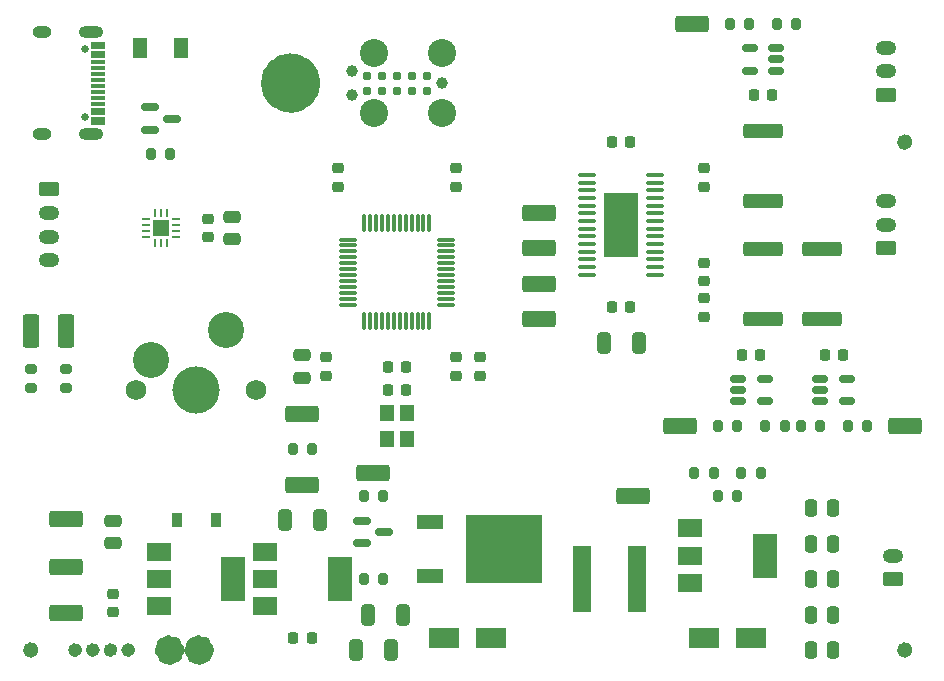
<source format=gbr>
G04 #@! TF.GenerationSoftware,KiCad,Pcbnew,(6.0.8)*
G04 #@! TF.CreationDate,2022-10-26T00:02:16-07:00*
G04 #@! TF.ProjectId,BldcDriverBoard,426c6463-4472-4697-9665-72426f617264,rev?*
G04 #@! TF.SameCoordinates,Original*
G04 #@! TF.FileFunction,Soldermask,Top*
G04 #@! TF.FilePolarity,Negative*
%FSLAX46Y46*%
G04 Gerber Fmt 4.6, Leading zero omitted, Abs format (unit mm)*
G04 Created by KiCad (PCBNEW (6.0.8)) date 2022-10-26 00:02:16*
%MOMM*%
%LPD*%
G01*
G04 APERTURE LIST*
G04 Aperture macros list*
%AMRoundRect*
0 Rectangle with rounded corners*
0 $1 Rounding radius*
0 $2 $3 $4 $5 $6 $7 $8 $9 X,Y pos of 4 corners*
0 Add a 4 corners polygon primitive as box body*
4,1,4,$2,$3,$4,$5,$6,$7,$8,$9,$2,$3,0*
0 Add four circle primitives for the rounded corners*
1,1,$1+$1,$2,$3*
1,1,$1+$1,$4,$5*
1,1,$1+$1,$6,$7*
1,1,$1+$1,$8,$9*
0 Add four rect primitives between the rounded corners*
20,1,$1+$1,$2,$3,$4,$5,0*
20,1,$1+$1,$4,$5,$6,$7,0*
20,1,$1+$1,$6,$7,$8,$9,0*
20,1,$1+$1,$8,$9,$2,$3,0*%
G04 Aperture macros list end*
%ADD10C,0.650000*%
%ADD11C,2.500000*%
%ADD12C,0.700000*%
%ADD13C,1.500000*%
%ADD14R,1.200000X1.400000*%
%ADD15RoundRect,0.250000X-1.175000X-0.450000X1.175000X-0.450000X1.175000X0.450000X-1.175000X0.450000X0*%
%ADD16RoundRect,0.200000X0.200000X0.275000X-0.200000X0.275000X-0.200000X-0.275000X0.200000X-0.275000X0*%
%ADD17RoundRect,0.250000X-0.250000X-0.475000X0.250000X-0.475000X0.250000X0.475000X-0.250000X0.475000X0*%
%ADD18C,1.152000*%
%ADD19RoundRect,0.250000X0.325000X0.650000X-0.325000X0.650000X-0.325000X-0.650000X0.325000X-0.650000X0*%
%ADD20R,1.300000X1.700000*%
%ADD21R,0.900000X1.200000*%
%ADD22RoundRect,0.225000X-0.225000X-0.250000X0.225000X-0.250000X0.225000X0.250000X-0.225000X0.250000X0*%
%ADD23R,2.000000X1.500000*%
%ADD24R,2.000000X3.800000*%
%ADD25RoundRect,0.225000X0.250000X-0.225000X0.250000X0.225000X-0.250000X0.225000X-0.250000X-0.225000X0*%
%ADD26RoundRect,0.250000X-0.475000X0.250000X-0.475000X-0.250000X0.475000X-0.250000X0.475000X0.250000X0*%
%ADD27R,2.850000X5.400000*%
%ADD28RoundRect,0.100000X0.637500X0.100000X-0.637500X0.100000X-0.637500X-0.100000X0.637500X-0.100000X0*%
%ADD29RoundRect,0.200000X-0.200000X-0.275000X0.200000X-0.275000X0.200000X0.275000X-0.200000X0.275000X0*%
%ADD30RoundRect,0.250000X-1.425000X0.362500X-1.425000X-0.362500X1.425000X-0.362500X1.425000X0.362500X0*%
%ADD31RoundRect,0.250000X0.450000X-1.175000X0.450000X1.175000X-0.450000X1.175000X-0.450000X-1.175000X0*%
%ADD32RoundRect,0.150000X-0.512500X-0.150000X0.512500X-0.150000X0.512500X0.150000X-0.512500X0.150000X0*%
%ADD33O,1.600000X1.000000*%
%ADD34O,2.100000X1.000000*%
%ADD35R,1.150000X0.300000*%
%ADD36C,0.650000*%
%ADD37R,2.200000X1.200000*%
%ADD38R,6.400000X5.800000*%
%ADD39RoundRect,0.250000X0.625000X-0.350000X0.625000X0.350000X-0.625000X0.350000X-0.625000X-0.350000X0*%
%ADD40O,1.750000X1.200000*%
%ADD41RoundRect,0.225000X-0.250000X0.225000X-0.250000X-0.225000X0.250000X-0.225000X0.250000X0.225000X0*%
%ADD42RoundRect,0.225000X0.225000X0.250000X-0.225000X0.250000X-0.225000X-0.250000X0.225000X-0.250000X0*%
%ADD43R,1.600000X5.700000*%
%ADD44RoundRect,0.150000X-0.587500X-0.150000X0.587500X-0.150000X0.587500X0.150000X-0.587500X0.150000X0*%
%ADD45RoundRect,0.250000X-0.625000X0.350000X-0.625000X-0.350000X0.625000X-0.350000X0.625000X0.350000X0*%
%ADD46R,1.450000X1.450000*%
%ADD47RoundRect,0.062500X0.275000X-0.062500X0.275000X0.062500X-0.275000X0.062500X-0.275000X-0.062500X0*%
%ADD48RoundRect,0.062500X0.062500X-0.275000X0.062500X0.275000X-0.062500X0.275000X-0.062500X-0.275000X0*%
%ADD49RoundRect,0.200000X0.275000X-0.200000X0.275000X0.200000X-0.275000X0.200000X-0.275000X-0.200000X0*%
%ADD50R,2.500000X1.800000*%
%ADD51RoundRect,0.250000X1.425000X-0.362500X1.425000X0.362500X-1.425000X0.362500X-1.425000X-0.362500X0*%
%ADD52C,0.787400*%
%ADD53C,2.374900*%
%ADD54C,0.990600*%
%ADD55C,4.000000*%
%ADD56C,1.750000*%
%ADD57C,3.050000*%
%ADD58RoundRect,0.075000X0.662500X-0.075000X0.662500X0.075000X-0.662500X0.075000X-0.662500X-0.075000X0*%
%ADD59RoundRect,0.075000X0.075000X-0.662500X0.075000X0.662500X-0.075000X0.662500X-0.075000X-0.662500X0*%
%ADD60RoundRect,0.150000X0.512500X0.150000X-0.512500X0.150000X-0.512500X-0.150000X0.512500X-0.150000X0*%
%ADD61RoundRect,0.250000X0.475000X-0.250000X0.475000X0.250000X-0.475000X0.250000X-0.475000X-0.250000X0*%
G04 APERTURE END LIST*
D10*
X184325000Y-63000000D02*
G75*
G03*
X184325000Y-63000000I-325000J0D01*
G01*
D11*
X133250000Y-58000000D02*
G75*
G03*
X133250000Y-58000000I-1250000J0D01*
G01*
D10*
X184325000Y-106000000D02*
G75*
G03*
X184325000Y-106000000I-325000J0D01*
G01*
D12*
X114000000Y-106000000D02*
G75*
G03*
X114000000Y-106000000I-250000J0D01*
G01*
X117000000Y-106000000D02*
G75*
G03*
X117000000Y-106000000I-250000J0D01*
G01*
X115500000Y-106000000D02*
G75*
G03*
X115500000Y-106000000I-250000J0D01*
G01*
X118500000Y-106000000D02*
G75*
G03*
X118500000Y-106000000I-250000J0D01*
G01*
D13*
X122250000Y-106000000D02*
G75*
G03*
X122250000Y-106000000I-500000J0D01*
G01*
X124750000Y-106000000D02*
G75*
G03*
X124750000Y-106000000I-500000J0D01*
G01*
D10*
X110325000Y-106000000D02*
G75*
G03*
X110325000Y-106000000I-325000J0D01*
G01*
D14*
X140150000Y-85900000D03*
X140150000Y-88100000D03*
X141850000Y-88100000D03*
X141850000Y-85900000D03*
D15*
X133000000Y-86000000D03*
X139000000Y-91000000D03*
X161000000Y-93000000D03*
D16*
X169825000Y-93000000D03*
X168175000Y-93000000D03*
X139825000Y-93000000D03*
X138175000Y-93000000D03*
D15*
X153000000Y-69000000D03*
X153000000Y-72000000D03*
X166000000Y-53000000D03*
X184000000Y-87000000D03*
X153000000Y-75000000D03*
X165000000Y-87000000D03*
X153000000Y-78000000D03*
D17*
X176050000Y-100000000D03*
X177950000Y-100000000D03*
D18*
X184000000Y-63000000D03*
D16*
X120175000Y-64000000D03*
X121825000Y-64000000D03*
D19*
X161475000Y-80000000D03*
X158525000Y-80000000D03*
D20*
X119250000Y-55000000D03*
X122750000Y-55000000D03*
D21*
X125650000Y-95000000D03*
X122350000Y-95000000D03*
D22*
X140225000Y-84000000D03*
X141775000Y-84000000D03*
D17*
X176050000Y-97000000D03*
X177950000Y-97000000D03*
D23*
X165850000Y-100300000D03*
D24*
X172150000Y-98000000D03*
D23*
X165850000Y-98000000D03*
X165850000Y-95700000D03*
D18*
X184000000Y-106000000D03*
D16*
X171825000Y-91000000D03*
X170175000Y-91000000D03*
D25*
X125000000Y-71025000D03*
X125000000Y-69475000D03*
D26*
X133000000Y-81050000D03*
X133000000Y-82950000D03*
D25*
X136000000Y-66775000D03*
X136000000Y-65225000D03*
D27*
X160000000Y-70000000D03*
D28*
X157137500Y-74225000D03*
X157137500Y-73575000D03*
X157137500Y-72925000D03*
X157137500Y-72275000D03*
X157137500Y-71625000D03*
X157137500Y-70975000D03*
X157137500Y-70325000D03*
X157137500Y-69675000D03*
X157137500Y-69025000D03*
X157137500Y-68375000D03*
X157137500Y-67725000D03*
X157137500Y-67075000D03*
X157137500Y-66425000D03*
X157137500Y-65775000D03*
X162862500Y-65775000D03*
X162862500Y-66425000D03*
X162862500Y-67075000D03*
X162862500Y-67725000D03*
X162862500Y-68375000D03*
X162862500Y-69025000D03*
X162862500Y-69675000D03*
X162862500Y-70325000D03*
X162862500Y-70975000D03*
X162862500Y-71625000D03*
X162862500Y-72275000D03*
X162862500Y-72925000D03*
X162862500Y-73575000D03*
X162862500Y-74225000D03*
D16*
X168175000Y-87000000D03*
X169825000Y-87000000D03*
D22*
X171225000Y-59000000D03*
X172775000Y-59000000D03*
D29*
X139825000Y-100000000D03*
X138175000Y-100000000D03*
D17*
X176050000Y-106000000D03*
X177950000Y-106000000D03*
D16*
X167825000Y-91000000D03*
X166175000Y-91000000D03*
D17*
X176050000Y-103000000D03*
X177950000Y-103000000D03*
D30*
X172000000Y-62037500D03*
X172000000Y-67962500D03*
D31*
X113000000Y-79000000D03*
D32*
X176862500Y-83050000D03*
X176862500Y-84000000D03*
X176862500Y-84950000D03*
X179137500Y-84950000D03*
X179137500Y-83050000D03*
D29*
X170825000Y-53000000D03*
X169175000Y-53000000D03*
D15*
X133000000Y-92000000D03*
D33*
X110925000Y-53680000D03*
D34*
X115105000Y-62320000D03*
D33*
X110925000Y-62320000D03*
D34*
X115105000Y-53680000D03*
D35*
X115670000Y-54950000D03*
X115670000Y-55750000D03*
X115670000Y-56250000D03*
X115670000Y-57250000D03*
X115670000Y-58750000D03*
X115670000Y-59750000D03*
X115670000Y-60250000D03*
X115670000Y-61050000D03*
X115670000Y-61350000D03*
X115670000Y-60550000D03*
X115670000Y-59250000D03*
X115670000Y-58250000D03*
X115670000Y-57750000D03*
X115670000Y-56750000D03*
X115670000Y-55450000D03*
X115670000Y-54650000D03*
D36*
X114605000Y-55110000D03*
X114605000Y-60890000D03*
D37*
X143800000Y-99755000D03*
D38*
X150100000Y-97475000D03*
D37*
X143800000Y-95195000D03*
D19*
X141475000Y-103000000D03*
X138525000Y-103000000D03*
D39*
X183000000Y-100000000D03*
D40*
X183000000Y-98000000D03*
D25*
X146000000Y-66775000D03*
X146000000Y-65225000D03*
D23*
X129850000Y-97700000D03*
X129850000Y-100000000D03*
D24*
X136150000Y-100000000D03*
D23*
X129850000Y-102300000D03*
D41*
X146000000Y-81225000D03*
X146000000Y-82775000D03*
D42*
X160775000Y-77000000D03*
X159225000Y-77000000D03*
D39*
X182450000Y-59000000D03*
D40*
X182450000Y-57000000D03*
X182450000Y-55000000D03*
X182450000Y-68000000D03*
X182450000Y-70000000D03*
D39*
X182450000Y-72000000D03*
D22*
X159225000Y-63000000D03*
X160775000Y-63000000D03*
D43*
X161350000Y-100000000D03*
X156650000Y-100000000D03*
D25*
X167000000Y-73225000D03*
X167000000Y-74775000D03*
D44*
X121937500Y-61000000D03*
X120062500Y-61950000D03*
X120062500Y-60050000D03*
D40*
X111550000Y-73000000D03*
X111550000Y-71000000D03*
X111550000Y-69000000D03*
D45*
X111550000Y-67000000D03*
D46*
X121000000Y-70250000D03*
D47*
X119737500Y-71000000D03*
X119737500Y-70500000D03*
X119737500Y-70000000D03*
X119737500Y-69500000D03*
D48*
X120500000Y-68987500D03*
X121000000Y-68987500D03*
X121500000Y-68987500D03*
D47*
X122262500Y-69500000D03*
X122262500Y-70000000D03*
X122262500Y-70500000D03*
X122262500Y-71000000D03*
D48*
X121500000Y-71512500D03*
X121000000Y-71512500D03*
X120500000Y-71512500D03*
D19*
X140475000Y-106000000D03*
X137525000Y-106000000D03*
D16*
X176825000Y-87000000D03*
X175175000Y-87000000D03*
D49*
X110000000Y-82175000D03*
X110000000Y-83825000D03*
D41*
X148000000Y-81225000D03*
X148000000Y-82775000D03*
D42*
X141775000Y-82000000D03*
X140225000Y-82000000D03*
D41*
X135000000Y-81225000D03*
X135000000Y-82775000D03*
D16*
X172175000Y-87000000D03*
X173825000Y-87000000D03*
D32*
X172137500Y-83050000D03*
X172137500Y-84950000D03*
X169862500Y-84950000D03*
X169862500Y-84000000D03*
X169862500Y-83050000D03*
D41*
X167000000Y-77775000D03*
X167000000Y-76225000D03*
D50*
X145000000Y-105000000D03*
X149000000Y-105000000D03*
D15*
X113000000Y-94880000D03*
D22*
X132225000Y-105000000D03*
X133775000Y-105000000D03*
D42*
X171775000Y-81000000D03*
X170225000Y-81000000D03*
D51*
X177000000Y-77962500D03*
X177000000Y-72037500D03*
D16*
X180825000Y-87000000D03*
X179175000Y-87000000D03*
D44*
X139937500Y-96000000D03*
X138062500Y-96950000D03*
X138062500Y-95050000D03*
D16*
X133825000Y-89000000D03*
X132175000Y-89000000D03*
D19*
X134475000Y-95000000D03*
X131525000Y-95000000D03*
D29*
X174825000Y-53000000D03*
X173175000Y-53000000D03*
D31*
X110000000Y-79000000D03*
D52*
X143540000Y-58635000D03*
X142270000Y-58635000D03*
X141000000Y-58635000D03*
X139730000Y-58635000D03*
X138460000Y-58635000D03*
X138460000Y-57365000D03*
X139730000Y-57365000D03*
X141000000Y-57365000D03*
X142270000Y-57365000D03*
X143540000Y-57365000D03*
D53*
X144810000Y-55460000D03*
X139095000Y-55460000D03*
D54*
X137190000Y-59016000D03*
D53*
X139095000Y-60540000D03*
D54*
X137190000Y-56984000D03*
D53*
X144810000Y-60540000D03*
D54*
X144810000Y-58000000D03*
D15*
X113000000Y-99000000D03*
D55*
X124000000Y-84000000D03*
D56*
X129080000Y-84000000D03*
D57*
X126540000Y-78920000D03*
D56*
X118920000Y-84000000D03*
D57*
X120190000Y-81460000D03*
D58*
X136837500Y-76750000D03*
X136837500Y-76250000D03*
X136837500Y-75750000D03*
X136837500Y-75250000D03*
X136837500Y-74750000D03*
X136837500Y-74250000D03*
X136837500Y-73750000D03*
X136837500Y-73250000D03*
X136837500Y-72750000D03*
X136837500Y-72250000D03*
X136837500Y-71750000D03*
X136837500Y-71250000D03*
D59*
X138250000Y-69837500D03*
X138750000Y-69837500D03*
X139250000Y-69837500D03*
X139750000Y-69837500D03*
X140250000Y-69837500D03*
X140750000Y-69837500D03*
X141250000Y-69837500D03*
X141750000Y-69837500D03*
X142250000Y-69837500D03*
X142750000Y-69837500D03*
X143250000Y-69837500D03*
X143750000Y-69837500D03*
D58*
X145162500Y-71250000D03*
X145162500Y-71750000D03*
X145162500Y-72250000D03*
X145162500Y-72750000D03*
X145162500Y-73250000D03*
X145162500Y-73750000D03*
X145162500Y-74250000D03*
X145162500Y-74750000D03*
X145162500Y-75250000D03*
X145162500Y-75750000D03*
X145162500Y-76250000D03*
X145162500Y-76750000D03*
D59*
X143750000Y-78162500D03*
X143250000Y-78162500D03*
X142750000Y-78162500D03*
X142250000Y-78162500D03*
X141750000Y-78162500D03*
X141250000Y-78162500D03*
X140750000Y-78162500D03*
X140250000Y-78162500D03*
X139750000Y-78162500D03*
X139250000Y-78162500D03*
X138750000Y-78162500D03*
X138250000Y-78162500D03*
D15*
X113000000Y-102880000D03*
D25*
X117000000Y-102775000D03*
X117000000Y-101225000D03*
D49*
X113000000Y-82175000D03*
X113000000Y-83825000D03*
D17*
X176050000Y-94000000D03*
X177950000Y-94000000D03*
D23*
X120850000Y-97700000D03*
D24*
X127150000Y-100000000D03*
D23*
X120850000Y-100000000D03*
X120850000Y-102300000D03*
D51*
X172000000Y-77962500D03*
X172000000Y-72037500D03*
D60*
X170862500Y-56950000D03*
X170862500Y-55050000D03*
X173137500Y-55050000D03*
X173137500Y-56000000D03*
X173137500Y-56950000D03*
D42*
X178775000Y-81000000D03*
X177225000Y-81000000D03*
D50*
X167000000Y-105000000D03*
X171000000Y-105000000D03*
D61*
X117000000Y-96950000D03*
X117000000Y-95050000D03*
X127000000Y-71200000D03*
X127000000Y-69300000D03*
D18*
X110000000Y-106000000D03*
D25*
X167000000Y-66775000D03*
X167000000Y-65225000D03*
M02*

</source>
